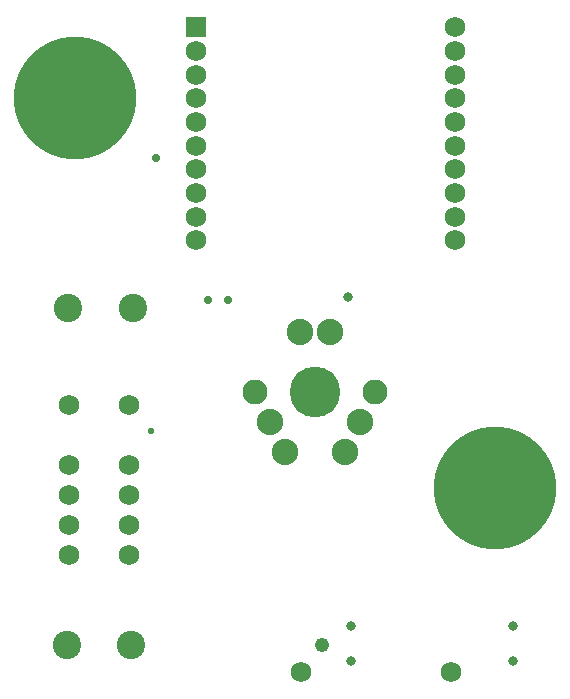
<source format=gbs>
G04*
G04 #@! TF.GenerationSoftware,Altium Limited,Altium Designer,20.0.14 (345)*
G04*
G04 Layer_Color=16711935*
%FSLAX25Y25*%
%MOIN*%
G70*
G01*
G75*
%ADD39C,0.40945*%
%ADD40R,0.06824X0.06824*%
%ADD41C,0.06824*%
%ADD42C,0.06800*%
%ADD43C,0.03162*%
%ADD44C,0.08300*%
%ADD45C,0.16900*%
%ADD46C,0.08800*%
%ADD47C,0.09461*%
%ADD48C,0.02800*%
%ADD49C,0.02200*%
%ADD50C,0.03200*%
%ADD51C,0.04800*%
D39*
X269000Y176000D02*
D03*
X129000Y306000D02*
D03*
D40*
X169200Y329500D02*
D03*
D41*
Y321600D02*
D03*
Y313700D02*
D03*
Y305800D02*
D03*
Y297900D02*
D03*
Y290000D02*
D03*
Y282100D02*
D03*
Y274200D02*
D03*
Y266300D02*
D03*
Y258400D02*
D03*
X255800D02*
D03*
Y266300D02*
D03*
Y274200D02*
D03*
Y282100D02*
D03*
Y290000D02*
D03*
Y297900D02*
D03*
Y305800D02*
D03*
Y313700D02*
D03*
Y321600D02*
D03*
Y329500D02*
D03*
X254500Y114500D02*
D03*
X204500D02*
D03*
D42*
X127000Y183500D02*
D03*
Y163500D02*
D03*
Y173500D02*
D03*
Y203500D02*
D03*
Y153500D02*
D03*
X147000Y183500D02*
D03*
Y163500D02*
D03*
Y173500D02*
D03*
Y203500D02*
D03*
Y153500D02*
D03*
D43*
X275000Y129905D02*
D03*
Y118095D02*
D03*
X221000D02*
D03*
Y129905D02*
D03*
D44*
X189000Y208000D02*
D03*
X229000D02*
D03*
D45*
X209000D02*
D03*
D46*
X224000Y198000D02*
D03*
X199000Y188000D02*
D03*
X219000D02*
D03*
X194000Y198000D02*
D03*
X214000Y228000D02*
D03*
X204000D02*
D03*
D47*
X126673Y236000D02*
D03*
X148327D02*
D03*
X126173Y123500D02*
D03*
X147827D02*
D03*
D48*
X173500Y238500D02*
D03*
X180000D02*
D03*
X156000Y286000D02*
D03*
D49*
X154500Y195000D02*
D03*
D50*
X220000Y239500D02*
D03*
D51*
X211500Y123500D02*
D03*
M02*

</source>
